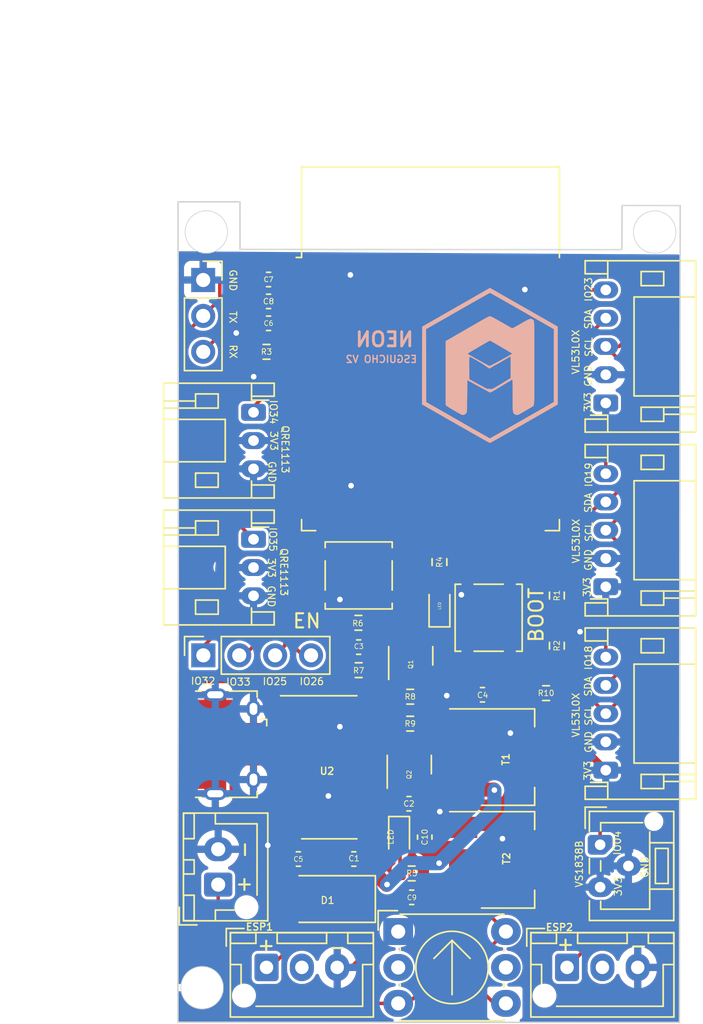
<source format=kicad_pcb>
(kicad_pcb (version 20211014) (generator pcbnew)
  (layers (0 "F.Cu" signal) (31 "B.Cu" signal) (34 "B.Paste" user) (35 "F.Paste" user) (36 "B.SilkS" user "B.Silkscreen") (37 "F.SilkS" user "F.Silkscreen") (38 "B.Mask" user) (39 "F.Mask" user) (44 "Edge.Cuts" user))
  (net 0 "")
  (net 1 "3V3")
  (net 2 "Net-(ESP1-Pad6)")
  (net 4 "Net-(ESP1-Pad8)")
  (net 5 "Net-(ESP1-Pad9)")
  (net 6 "I00")
  (net 7 "Net-(ESP1-Pad10)")
  (net 8 "ESC1")
  (net 10 "ESC2")
  (net 12 "Net-(ESP1-Pad11)")
  (net 13 "SCL")
  (net 14 "SDA")
  (net 20 "Net-(ESP1-Pad7)")
  (net 26 "EN")
  (net 28 "Net-(ESP1-Pad26)")
  (net 30 "Net-(ESP1-Pad30)")
  (net 31 "Net-(ESP1-Pad31)")
  (net 33 "Net-(ESP1-Pad24)")
  (net 34 "Net-(ESP1-Pad37)")
  (net 35 "Net-(L1-Pad2)")
  (net 36 "Net-(POWER1-Pad1)")
  (net 37 "RXD0")
  (net 38 "TXD0")
  (net 39 "Net-(Q1-Pad1)")
  (net 40 "Net-(Q1-Pad2)")
  (net 41 "Net-(Q2-Pad1)")
  (net 42 "Net-(Q2-Pad2)")
  (net 43 "Net-(R5-Pad2)")
  (net 44 "Net-(R6-Pad2)")
  (net 45 "Net-(R7-Pad2)")
  (net 46 "Net-(J10-Pad3)")
  (net 47 "Net-(J10-Pad2)")
  (net 55 "5V")
  (net 56 "Net-(C9-Pad1)")
  (net 57 "Net-(D1-Pad2)")
  (net 60 "GNDREF")
  (footprint "Connector_JST:JST_ZE_B03B-ZESK-1D_1x03_P1.50mm_Vertical" (layer "F.Cu") (at 162.75 126.6 -90)
    (fp_text reference "J6" hide)
    (fp_text value "VS1838B" hide)
  )
  (footprint "Connector_JST:JST_PH_S5B-PH-K_1x05_P2.00mm_Horizontal" (layer "F.Cu") (at 163.15 95.35 90)
    (fp_text reference "J7" hide)
    (fp_text value "VL53L0X" hide)
  )
  (footprint "Connector_PinSocket_2.54mm:PinSocket_1x03_P2.54mm_Vertical" (layer "F.Cu") (at 134.67 86.65)
    (fp_text reference "J11" hide)
    (fp_text value "Conn_01x03_Female" hide)
  )
  (footprint "Package_TO_SOT_SMD:SOT-23" (layer "F.Cu") (at 149.2504 120.9294 90)
    (fp_text reference "Q2" hide)
    (fp_text value "S8050/SOT23" hide)
  )
  (footprint "Connector_PinSocket_2.54mm:PinSocket_1x04_P2.54mm_Vertical" (layer "F.Cu") (at 134.68 113.2 90)
    (fp_text reference "J1" hide)
    (fp_text value "Conn_01x04_Female" hide)
  )
  (footprint "Connector_JST:JST_XH_B3B-XH-AM_1x03_P2.50mm_Vertical" (layer "F.Cu") (at 139.15 135.275)
    (fp_text reference "J4" hide)
    (fp_text value "Conn_01x03" hide)
  )
  (footprint "Capacitor_SMD:C_0603_1608Metric" (layer "F.Cu") (at 149.225 123.698 180)
    (fp_text reference "C2" hide)
    (fp_text value "10 uF" hide)
  )
  (footprint "Capacitor_SMD:C_0603_1608Metric" (layer "F.Cu") (at 139.2936 89.7128 180)
    (fp_text reference "C6" hide)
    (fp_text value "100 nF" hide)
  )
  (footprint "Capacitor_SMD:C_0603_1608Metric" (layer "F.Cu") (at 154.43 115.99 180)
    (fp_text reference "C4" hide)
    (fp_text value "100 nF" hide)
  )
  (footprint "Resistor_SMD:R_0603_1608Metric" (layer "F.Cu") (at 149.3134 118.0338 180)
    (fp_text reference "R9" hide)
    (fp_text value "10 K" hide)
  )
  (footprint "Package_TO_SOT_SMD:SOT-223-3_TabPin2" (layer "F.Cu") (at 156.21 120.4)
    (fp_text reference "T1" hide)
    (fp_text value "LD1117/3V3" hide)
  )
  (footprint "Package_TO_SOT_SMD:SOT-23" (layer "F.Cu") (at 149.352 113.2332 90)
    (fp_text reference "Q1" hide)
    (fp_text value "S8050/SOT23" hide)
  )
  (footprint "Connector_JST:JST_XH_B2B-XH-AM_1x02_P2.50mm_Vertical" (layer "F.Cu") (at 135.73 129.42 90)
    (fp_text reference "U1" hide)
    (fp_text value "BATERIA" hide)
  )
  (footprint "Capacitor_SMD:C_0603_1608Metric" (layer "F.Cu") (at 139.2936 88.1634 180)
    (fp_text reference "C8" hide)
    (fp_text value "22 uF" hide)
  )
  (footprint "Capacitor_SMD:C_0603_1608Metric" (layer "F.Cu") (at 150.3426 126.0602 90)
    (fp_text reference "C10" hide)
    (fp_text value "10 uF" hide)
  )
  (footprint "Capacitor_SMD:C_0603_1608Metric" (layer "F.Cu") (at 145.3264 127.6096 180)
    (fp_text reference "C1" hide)
    (fp_text value "100 nF" hide)
  )
  (footprint "Capacitor_SMD:C_0603_1608Metric" (layer "F.Cu") (at 139.2936 86.614 180)
    (fp_text reference "C7" hide)
    (fp_text value "100 nF" hide)
  )
  (footprint "Connector_JST:JST_PH_S3B-PH-K_1x03_P2.00mm_Horizontal" (layer "F.Cu") (at 138.23 104.99 -90)
    (fp_text reference "J3" hide)
    (fp_text value "QRE1113" hide)
  )
  (footprint "Button_Switch_THT:Nidec_Copal_SH-7010C" (layer "F.Cu") (at 148.4643 132.7417)
    (fp_text reference "POWER1" hide)
    (fp_text value "ON/OFF" hide)
  )
  (footprint "Resistor_SMD:R_0603_1608Metric" (layer "F.Cu") (at 139.15 91.73)
    (fp_text reference "R3" hide)
    (fp_text value "10K" hide)
  )
  (footprint "Resistor_SMD:R_0603_1608Metric" (layer "F.Cu") (at 145.67 114.25)
    (fp_text reference "R7" hide)
    (fp_text value "1K" hide)
  )
  (footprint "Resistor_SMD:R_0603_1608Metric" (layer "F.Cu") (at 151.384 106.6038 -90)
    (fp_text reference "R4" hide)
    (fp_text value "330" hide)
  )
  (footprint "Capacitor_SMD:C_0603_1608Metric" (layer "F.Cu") (at 141.4018 127.6096 180)
    (fp_text reference "C5" hide)
    (fp_text value "100 nF" hide)
  )
  (footprint "LED_SMD:LED_0603_1608Metric" (layer "F.Cu") (at 151.384 109.7026 90)
    (fp_text reference "L1" hide)
    (fp_text value "LED")
  )
  (footprint "Connector_JST:JST_PH_S3B-PH-K_1x03_P2.00mm_Horizontal" (layer "F.Cu") (at 138.23 96.01 -90)
    (fp_text reference "J2" hide)
    (fp_text value "QRE1113" hide)
  )
  (footprint "RF_Module:ESP32-WROOM-32" (layer "F.Cu") (at 150.75 94.5)
    (fp_text reference "ESP1" hide)
    (fp_text value "ESP32-WROOM­32UE" hide)
  )
  (footprint "Resistor_SMD:R_0603_1608Metric" (layer "F.Cu") (at 149.42 128.63 180)
    (fp_text reference "R5" hide)
    (fp_text value "2K" hide)
  )
  (footprint "Capacitor_SMD:C_0603_1608Metric" (layer "F.Cu") (at 145.67 112.62)
    (fp_text reference "C3" hide)
    (fp_text value "100 nF" hide)
  )
  (footprint "Connector_JST:JST_PH_S5B-PH-K_1x05_P2.00mm_Horizontal" (layer "F.Cu") (at 163.15 121.325 90)
    (fp_text reference "J9" hide)
    (fp_text value "VL53L0X" hide)
  )
  (footprint "Connector_USB:USB_Micro-B_Amphenol_10118194_Horizontal" (layer "F.Cu") (at 136.825 119.49 -90)
    (fp_text reference "J10" hide)
    (fp_text value "USB_B_Micro" hide)
  )
  (footprint "Connector_JST:JST_XH_B3B-XH-AM_1x03_P2.50mm_Vertical" (layer "F.Cu") (at 160.41 135.275)
    (fp_text reference "J5" hide)
    (fp_text value "Conn_01x03" hide)
  )
  (footprint "Button_Switch_SMD:SW_SPST_TL3305A" (layer "F.Cu") (at 145.67 107.55)
    (fp_text reference "EN1" hide)
    (fp_text value "SW_Push" hide)
  )
  (footprint "Connector_JST:JST_PH_S5B-PH-K_1x05_P2.00mm_Horizontal" (layer "F.Cu") (at 163.15 108.35 90)
    (fp_text reference "J8" hide)
    (fp_text value "VL53L0X" hide)
  )
  (footprint "Capacitor_SMD:C_0603_1608Metric" (layer "F.Cu") (at 149.42 130.32 180)
    (fp_text reference "C9" hide)
    (fp_text value "100 nF" hide)
  )
  (footprint "Package_TO_SOT_SMD:SOT-223-3_TabPin2" (layer "F.Cu") (at 156.21 127.67)
    (fp_text reference "T2" hide)
    (fp_text value "LD1117/5V" hide)
  )
  (footprint "Resistor_SMD:R_0603_1608Metric" (layer "F.Cu") (at 145.65 110.9 180)
    (fp_text reference "R6" hide)
    (fp_text value "1K" hide)
  )
  (footprint "Diode_SMD:D_SMA" (layer "F.Cu") (at 143.45 130.44 180)
    (fp_text reference "D1" hide)
    (fp_text value "1N4007" hide)
  )
  (footprint "Button_Switch_SMD:SW_SPST_TL3305A" (layer "F.Cu") (at 154.8638 110.5408 -90)
    (fp_text reference "BOOT1" hide)
    (fp_text value "SW_Push" hide)
  )
  (footprint "Resistor_SMD:R_0603_1608Metric" (layer "F.Cu") (at 159.6898 108.97 90)
    (fp_text reference "R1" hide)
    (fp_text value "4K7" hide)
  )
  (footprint "Package_SO:SOIC-16_3.9x9.9mm_P1.27mm" (layer "F.Cu") (at 143.59 121.12)
    (fp_text reference "U2" hide)
    (fp_text value "CH340C" hide)
  )
  (footprint "LED_SMD:LED_0603_1608Metric" (layer "F.Cu") (at 148.53 126.09 -90)
    (fp_text reference "RED1" hide)
    (fp_text value "LED")
  )
  (footprint "Resistor_SMD:R_0603_1608Metric" (layer "F.Cu") (at 149.3134 116.1288 180)
    (fp_text reference "R8" hide)
    (fp_text value "10 K" hide)
  )
  (footprint "Resistor_SMD:R_0603_1608Metric" (layer "F.Cu") (at 159.6898 112.522 -90)
    (fp_text reference "R2" hide)
    (fp_text value "4K7" hide)
  )
  (footprint "Resistor_SMD:R_0603_1608Metric" (layer "F.Cu") (at 158.9278 115.8748 180)
    (fp_text reference "R10" hide)
    (fp_text value "10K" hide)
  )
  (footprint "Arduino:Logo.Neon" (layer "B.Cu") (at 154.813 92.6846 180)
    (fp_text reference "G" hide)
    (fp_text value "LOGO" hide)
  )
  (gr_circle (center 134.89 83.25) (end 136.39 83.25) (layer "Edge.Cuts") (width 0.05) (fill none))
  (gr_line (start 132.91 111.36) (end 132.89 81.12) (layer "Edge.Cuts") (width 0.1))
  (gr_line (start 168.415 81.385) (end 168.36 139.17) (layer "Edge.Cuts") (width 0.1))
  (gr_line (start 137.275 84.485) (end 164.29 84.5) (layer "Edge.Cuts") (width 0.1))
  (gr_line (start 132.88 139.16) (end 132.88 125.77) (layer "Edge.Cuts") (width 0.1))
  (gr_line (start 137.27 81.13) (end 137.275 84.485) (layer "Edge.Cuts") (width 0.1))
  (gr_circle (center 166.61 83.26) (end 168.11 83.26) (layer "Edge.Cuts") (width 0.05) (fill none))
  (gr_line (start 168.36 139.166869) (end 132.88 139.156869) (layer "Edge.Cuts") (width 0.1))
  (gr_line (start 132.88 125.77) (end 132.91 111.36) (layer "Edge.Cuts") (width 0.1))
  (gr_line (start 132.89 81.12) (end 137.26 81.12) (layer "Edge.Cuts") (width 0.1))
  (gr_line (start 164.3025 81.3775) (end 168.4175 81.3825) (layer "Edge.Cuts") (width 0.1))
  (gr_line (start 164.29 84.5) (end 164.3025 81.3775) (layer "Edge.Cuts") (width 0.1))
  (gr_circle (center 134.59 136.71) (end 136.09 136.71) (layer "Edge.Cuts") (width 0.05) (fill none))
  (gr_text "NEON" (at 147.4978 90.8558) (layer "B.SilkS") (effects (font (size 1 1) (thickness 0.2)) (justify mirror)))
  (gr_text "ESGUICHO V2" (at 147.2692 92.2528) (layer "B.SilkS") (effects (font (size 0.5 0.5) (thickness 0.1)) (justify mirror)))
  (gr_text "VL53L0X" (at 161.04 117.43 90) (layer "F.SilkS") (effects (font (size 0.5 0.5) (thickness 0.08))))
  (gr_text "+" (at 137.66 129.41 -90) (layer "F.SilkS") (effects (font (size 1 1))))
  (gr_text "QRE1113" (at 140.38 107.31 -90) (layer "F.SilkS") (effects (font (size 0.5 0.5) (thickness 0.08))))
  (gr_text "-" (at 144.16 133.98 -180) (layer "F.SilkS") (effects (font (size 1 1))))
  (gr_text "GND" (at 139.49 109.03 -90) (layer "F.SilkS") (effects (font (size 0.5 0.5) (thickness 0.08))))
  (gr_text "IO32" (at 134.66 115.02) (layer "F.SilkS") (effects (font (size 0.5 0.5) (thickness 0.08))))
  (gr_text "3V3" (at 161.89 95.29 90) (layer "F.SilkS") (effects (font (size 0.5 0.5) (thickness 0.08))))
  (gr_text "IO26" (at 142.35 115.05) (layer "F.SilkS") (effects (font (size 0.5 0.5) (thickness 0.08))))
  (gr_text "GND" (at 161.94 119.33 90) (layer "F.SilkS") (effects (font (size 0.5 0.5) (thickness 0.08))))
  (gr_text "GND" (at 161.92 106.45 90) (layer "F.SilkS") (effects (font (size 0.5 0.5) (thickness 0.08))))
  (gr_text "IO04" (at 163.97 126.48 90) (layer "F.SilkS") (effects (font (size 0.5 0.5) (thickness 0.08))))
  (gr_text "3V3" (at 161.87 121.36 90) (layer "F.SilkS") (effects (font (size 0.5 0.5) (thickness 0.08))))
  (gr_text "3V3" (at 161.83 108.38 90) (layer "F.SilkS") (effects (font (size 0.5 0.5) (thickness 0.08))))
  (gr_text "SDA" (at 161.92 89.42 90) (layer "F.SilkS") (effects (font (size 0.5 0.5) (thickness 0.08))))
  (gr_text "GND" (at 161.91 93.43 90) (layer "F.SilkS") (effects (font (size 0.5 0.5) (thickness 0.08))))
  (gr_text "-" (at 165.47 133.87 -180) (layer "F.SilkS") (effects (font (size 1 1))))
  (gr_text "VL53L0X" (at 161.03 91.74 90) (layer "F.SilkS") (effects (font (size 0.5 0.5) (thickness 0.08))))
  (gr_text "IO25" (at 139.74 115.05) (layer "F.SilkS") (effects (font (size 0.5 0.5) (thickness 0.08))))
  (gr_text "+" (at 139.2 133.77 -90) (layer "F.SilkS") (effects (font (size 1 1))))
  (gr_text "VL53L0X" (at 161.05 105.12 90) (layer "F.SilkS") (effects (font (size 0.5 0.5) (thickness 0.08))))
  (gr_text "3V3" (at 139.51 107.01 -90) (layer "F.SilkS") (effects (font (size 0.5 0.5) (thickness 0.08))))
  (gr_text "SDA" (at 161.92 102.41 90) (layer "F.SilkS") (effects (font (size 0.5 0.5) (thickness 0.08))))
  (gr_text "SCL" (at 161.96 104.47 90) (layer "F.SilkS") (effects (font (size 0.5 0.5) (thickness 0.08))))
  (gr_text "IO18" (at 161.93 113.38 90) (layer "F.SilkS") (effects (font (size 0.5 0.5) (thickness 0.08))))
  (gr_text "IO35" (at 139.6 105 -90) (layer "F.SilkS") (effects (font (size 0.5 0.5) (thickness 0.08))))
  (gr_text "IO23" (at 161.93 87.32 90) (layer "F.SilkS") (effects (font (size 0.5 0.5) (thickness 0.08))))
  (gr_text "IO19" (at 161.95 100.43 90) (layer "F.SilkS") (effects (font (size 0.5 0.5) (thickness 0.08))))
  (gr_text "SCL" (at 161.94 117.48 90) (layer "F.SilkS") (effects (font (size 0.5 0.5) (thickness 0.08))))
  (gr_text "3V3" (at 164.03 129.54 90) (layer "F.SilkS") (effects (font (size 0.5 0.5) (thickness 0.08))))
  (gr_text "-" (at 137.7 126.95 -90) (layer "F.SilkS") (effects (font (size 1 1))))
  (gr_text "GND" (at 165.91 128.17 90) (layer "F.SilkS") (effects (font (size 0.5 0.5) (thickness 0.08))))
  (gr_text "SDA" (at 161.91 115.4 90) (layer "F.SilkS") (effects (font (size 0.5 0.5) (thickness 0.08))))
  (gr_text "QRE1113" (at 140.47 98.63 -90) (layer "F.SilkS") (effects (font (size 0.5 0.5) (thickness 0.08))))
  (gr_text "+" (at 160.38 133.69 -90) (layer "F.SilkS") (effects (font (size 1 1))))
  (gr_text "SCL" (at 161.95 91.39 90) (layer "F.SilkS") (effects (font (size 0.5 0.5) (thickness 0.08))))
  (gr_text "IO33" (at 137.16 115.08) (layer "F.SilkS") (effects (font (size 0.5 0.5) (thickness 0.08))))
  (gr_text "VS1838B" (at 161.27 127.96 90) (layer "F.SilkS") (effects (font (size 0.5 0.5) (thickness 0.08))))
  (segment (start 139.2936 88.9384) (end 140.0686 88.1634) (width 0.25) (layer "F.Cu") (net 1))
  (segment (start 142.1768 126.7232) (end 142.1768 127.6096) (width 0.5) (layer "F.Cu") (net 1))
  (segment (start 151.23 121.88) (end 151.23 122.9884) (width 0.5) (layer "F.Cu") (net 1))
  (segment (start 159.36 120.4) (end 153.06 120.4) (width 0.5) (layer "F.Cu") (net 1))
  (segment (start 138.24 93.49) (end 138.24 91.815) (width 0.5) (layer "F.Cu") (net 1))
  (segment (start 153.06 120.4) (end 152.71 120.4) (width 0.5) (layer "F.Cu") (net 1))
  (segment (start 140.0686 88.1634) (end 140.717 87.515) (width 0.5) (layer "F.Cu") (net 1))
  (segment (start 161.825 118.568172) (end 160.295 117.038172) (width 0.5) (layer "F.Cu") (net 1))
  (segment (start 143.5245 123.15) (end 143.5245 121.257736) (width 0.5) (layer "F.Cu") (net 1))
  (segment (start 140.9696 87.515) (end 142.25 87.515) (width 0.5) (layer "F.Cu") (net 1))
  (segment (start 139.3 90.755) (end 138.325 91.73) (width 0.25) (layer "F.Cu") (net 1))
  (segment (start 139.2936 90.6611) (end 139.2936 88.9384) (width 0.25) (layer "F.Cu") (net 1))
  (segment (start 160.295 117.038172) (end 160.295 116.417) (width 0.5) (layer "F.Cu") (net 1))
  (segment (start 161.163 111.697) (end 161.33 111.53) (width 0.5) (layer "F.Cu") (net 1))
  (segment (start 140.0686 86.614) (end 140.9696 87.515) (width 0.5) (layer "F.Cu") (net 1))
  (segment (start 151.23 122.9884) (end 150.5204 123.698) (width 0.5) (layer "F.Cu") (net 1))
  (segment (start 143.5245 121.257736) (end 142.751764 120.485) (width 0.5) (layer "F.Cu") (net 1))
  (segment (start 143.5245 123.15) (end 143.5245 125.3755) (width 0.5) (layer "F.Cu") (net 1))
  (segment (start 138.24 91.815) (end 138.325 91.73) (width 0.5) (layer "F.Cu") (net 1))
  (segment (start 144.34 117.846472) (end 144.34 118.25) (width 0.5) (layer "F.Cu") (net 1))
  (segment (start 150 123.698) (end 150.8506 123.698) (width 0.5) (layer "F.Cu") (net 1))
  (segment (start 143.5245 125.3755) (end 142.1768 126.7232) (width 0.5) (layer "F.Cu") (net 1))
  (segment (start 159.6898 111.697) (end 159.6898 109.795) (width 0.5) (layer "F.Cu") (net 1))
  (segment (start 139.3 90.6675) (end 139.3 90.755) (width 0.25) (layer "F.Cu") (net 1))
  (segment (start 150.8506 123.698) (end 151.4094 124.2568) (width 0.5) (layer "F.Cu") (net 1))
  (segment (start 160.295 116.417) (end 159.7528 115.8748) (width 0.5) (layer "F.Cu") (net 1))
  (segment (start 142.751764 120.485) (end 141.115 120.485) (width 0.5) (layer "F.Cu") (net 1))
  (segment (start 152.71 120.4) (end 151.23 121.88) (width 0.5) (layer "F.Cu") (net 1))
  (segment (start 163.15 121.325) (end 161.825 120) (width 0.5) (layer "F.Cu") (net 1))
  (segment (start 145.511472 116.675) (end 144.34 117.846472) (width 0.5) (layer "F.Cu") (net 1))
  (segment (start 159.6898 111.697) (end 161.163 111.697) (width 0.5) (layer "F.Cu") (net 1))
  (segment (start 139.3 90.6675) (end 139.2936 90.6611) (width 0.25) (layer "F.Cu") (net 1))
  (segment (start 150.5204 123.698) (end 150 123.698) (width 0.5) (layer "F.Cu") (net 1))
  (segment (start 161.825 120) (end 161.825 118.568172) (width 0.5) (layer "F.Cu") (net 1))
  (segment (start 146.065 116.675) (end 145.511472 116.675) (width 0.5) (layer "F.Cu") (net 1))
  (segment (start 138.2375 93.4875) (end 138.24 93.49) (width 0.5) (layer "F.Cu") (net 1))
  (segment (start 140.717 87.515) (end 142.25 87.515) (width 0.5) (layer "F.Cu") (net 1))
  (via (at 138.24 93.49) (size 0.8) (drill 0.4) (layers "F.Cu" "B.Cu") (net 1))
  (via (at 151.4094 124.2568) (size 0.8) (drill 0.4) (layers "F.Cu" "B.Cu") (net 1))
  (via (at 143.5245 123.15) (size 0.8) (drill 0.4) (layers "F.Cu" "B.Cu") (net 1))
  (via (at 161.33 111.53) (size 0.8) (drill 0.4) (layers "F.Cu" "B.Cu") (net 1))
  (via (at 144.34 118.25) (size 0.8) (drill 0.4) (layers "F.Cu" "B.Cu") (net 1))
  (segment (start 138.23 96.01) (end 138.23 95.62) (width 0.25) (layer "F.Cu") (net 2))
  (segment (start 138.23 95.62) (end 141.255 92.595) (width 0.25) (layer "F.Cu") (net 2))
  (segment (start 141.255 92.595) (end 142.25 92.595) (width 0.25) (layer "F.Cu") (net 2))
  (segment (start 139.55 110.54) (end 139.55 97.15) (width 0.25) (layer "F.Cu") (net 4))
  (segment (start 138.25 111.84) (end 139.55 110.54) (width 0.25) (layer "F.Cu") (net 4))
  (segment (start 139.55 97.15) (end 141.565 95.135) (width 0.25) (layer "F.Cu") (net 4))
  (segment (start 141.565 95.135) (end 142.25 95.135) (width 0.25) (layer "F.Cu") (net 4))
  (segment (start 135.41 111.84) (end 138.25 111.84) (width 0.25) (layer "F.Cu") (net 4))
  (segment (start 134.68 112.57) (end 135.41 111.84) (width 0.25) (layer "F.Cu") (net 4))
  (segment (start 134.68 113.2) (end 134.68 112.57) (width 0.25) (layer "F.Cu") (net 4))
  (segment (start 140 110.78) (end 140 97.64) (width 0.25) (layer "F.Cu") (net 5))
  (segment (start 137.58 113.2) (end 137.22 113.2) (width 0.25) (layer "F.Cu") (net 5))
  (segment (start 140 110.78) (end 137.58 113.2) (width 0.25) (layer "F.Cu") (net 5))
  (segment (start 141.235 96.405) (end 142.25 96.405) (width 0.25) (layer "F.Cu") (net 5))
  (segment (start 140 97.64) (end 141.235 96.405) (width 0.25) (layer "F.Cu") (net 5))
  (segment (start 159.25 104.0546) (end 156.3638 106.9408) (width 0.25) (layer "F.Cu") (net 6))
  (segment (start 151.77 116.8) (end 151.12 117.45) (width 0.25) (layer "F.Cu") (net 6))
  (segment (start 159.25 102.755) (end 159.25 104.0546) (width 0.25) (layer "F.Cu") (net 6))
  (segment (start 155.205 115.99) (end 154.395 116.8) (width 0.25) (layer "F.Cu") (net 6))
  (segment (start 156.3688 114.1408) (end 158.1028 115.8748) (width 0.25) (layer "F.Cu") (net 6))
  (segment (start 156.3638 106.9408) (end 156.3638 114.1408) (width 0.25) (layer "F.Cu") (net 6))
  (segment (start 154.395 116.8) (end 151.77 116.8) (width 0.25) (layer "F.Cu") (net 6))
  (segment (start 151.12 118.9582) (end 150.0863 119.9919) (width 0.25) (layer "F.Cu") (net 6))
  (segment (start 150.0863 119.9919) (end 149.2504 119.9919) (width 0.25) (layer "F.Cu") (net 6))
  (segment (start 158.1028 115.8748) (end 155.3202 115.8748) (width 0.25) (layer "F.Cu") (net 6))
  (segment (start 151.12 117.45) (end 151.12 118.9582) (width 0.25) (layer "F.Cu") (net 6))
  (segment (start 155.3202 115.8748) (end 155.205 115.99) (width 0.25) (layer "F.Cu") (net 6))
  (segment (start 156.3638 114.1408) (end 156.3688 114.1408) (width 0.25) (layer "F.Cu") (net 6))
  (segment (start 139.76 113.2) (end 140.45 112.51) (width 0.25) (layer "F.Cu") (net 7))
  (segment (start 140.45 98.225) (end 141 97.675) (width 0.25) (layer "F.Cu") (net 7))
  (segment (start 141 97.675) (end 142.25 97.675) (width 0.25) (layer "F.Cu") (net 7))
  (segment (start 140.45 112.51) (end 140.45 98.225) (width 0.25) (layer "F.Cu") (net 7))
  (segment (start 154.94 105.79) (end 156.483604 105.79) (width 0.25) (layer "F.Cu") (net 8))
  (segment (start 156.483604 105.79) (end 157.31 104.963604) (width 0.25) (layer "F.Cu") (net 8))
  (segment (start 144.45 119.95) (end 143.615 119.115) (width 0.25) (layer "F.Cu") (net 8))
  (segment (start 143.615 117.475) (end 145.04 116.05) (width 0.25) (layer "F.Cu") (net 8))
  (segment (start 154.3888 109.8728) (end 154.3888 106.3412) (width 0.25) (layer "F.Cu") (net 8))
  (segment (start 143.615 119.115) (end 143.615 117.475) (width 0.25) (layer "F.Cu") (net 8))
  (segment (start 139.15 135.275) (end 139.415 135.275) (width 0.25) (layer "F.Cu") (net 8))
  (segment (start 157.31 104.963604) (end 157.31 100.055) (width 0.25) (layer "F.Cu") (net 8))
  (segment (start 143.5354 126.3146) (end 144.45 125.4) (width 0.25) (layer "F.Cu") (net 8))
  (segment (start 147.3962 113.767249) (end 148.057249 113.1062) (width 0.25) (layer "F.Cu") (net 8))
  (segment (start 144.45 125.4) (end 144.45 119.95) (width 0.25) (layer "F.Cu") (net 8))
  (segment (start 143.5354 131.1546) (end 143.5354 126.3146) (width 0.25) (layer "F.Cu") (net 8))
  (segment (start 149.033498 113.386449) (end 149.670502 113.386449) (width 0.25) (layer "F.Cu") (net 8))
  (segment (start 148.057249 113.1062) (end 148.753249 113.1062) (width 0.25) (layer "F.Cu") (net 8))
  (segment (start 146.3574 116.05) (end 147.3962 115.0112) (width 0.25) (layer "F.Cu") (net 8))
  (segment (start 149.670502 113.386449) (end 151.550951 111.506) (width 0.25) (layer "F.Cu") (net 8))
  (segment (start 147.3962 115.0112) (end 147.3962 113.767249) (width 0.25) (layer "F.Cu") (net 8))
  (segment (start 157.31 100.055) (end 158.42 98.945) (width 0.25) (layer "F.Cu") (net 8))
  (segment (start 139.415 135.275) (end 143.5354 131.1546) (width 0.25) (layer "F.Cu") (net 8))
  (segment (start 148.753249 113.1062) (end 149.033498 113.386449) (width 0.25) (layer "F.Cu") (net 8))
  (segment (start 145.04 116.05) (end 146.3574 116.05) (width 0.25) (layer "F.Cu") (net 8))
  (segment (start 158.42 98.945) (end 159.25 98.945) (width 0.25) (layer "F.Cu") (net 8))
  (segment (start 151.550951 111.506) (end 152.7556 111.506) (width 0.25) (layer "F.Cu") (net 8))
  (segment (start 154.3888 106.3412) (end 154.94 105.79) (width 0.25) (layer "F.Cu") (net 8))
  (segment (start 152.7556 111.506) (end 154.3888 109.8728) (width 0.25) (layer "F.Cu") (net 8))
  (segment (start 161.29 134.395) (end 160.41 135.275) (width 0.25) (layer "F.Cu") (net 10))
  (segment (start 166.29 126.952744) (end 166.29 129.395) (width 0.25) (layer "F.Cu") (net 10))
  (segment (start 166.29 129.395) (end 160.41 135.275) (width 0.25) (layer "F.Cu") (net 10))
  (segment (start 159.25 100.215) (end 160.5 100.215) (width 0.25) (layer "F.Cu") (net 10))
  (segment (start 165.25 125.912744) (end 166.29 126.952744) (width 0.25) (layer "F.Cu") (net 10))
  (segment (start 160.5 100.215) (end 161.025 100.74) (width 0.25) (layer "F.Cu") (net 10))
  (segment (start 158.2238 106.8762) (end 158.2238 113.1134) (width 0.25) (layer "F.Cu") (net 10))
  (segment (start 158.2238 113.1134) (end 160.87 115.7596) (width 0.25) (layer "F.Cu") (net 10))
  (segment (start 164.22 118.34) (end 165.25 119.37) (width 0.25) (layer "F.Cu") (net 10))
  (segment (start 161.025 104.075) (end 158.2238 106.8762) (width 0.25) (layer "F.Cu") (net 10))
  (segment (start 159.25 100.215) (end 160.08 100.215) (width 0.25) (layer "F.Cu") (net 10))
  (segment (start 160.87 116.8) (end 162.41 118.34) (width 0.25) (layer "F.Cu") (net 10))
  (segment (start 161.025 100.74) (end 161.025 104.075) (width 0.25) (layer "F.Cu") (net 10))
  (segment (start 162.41 118.34) (end 164.22 118.34) (width 0.25) (layer "F.Cu") (net 10))
  (segment (start 165.25 119.37) (end 165.25 125.912744) (width 0.25) (layer "F.Cu") (net 10))
  (segment (start 160.87 115.7596) (end 160.87 116.8) (width 0.25) (layer "F.Cu") (net 10))
  (segment (start 141.235 98.945) (end 142.25 98.945) (width 0.25) (layer "F.Cu") (net 12))
  (segment (start 140.91 107.7) (end 140.9 107.69) (width 0.25) (layer "F.Cu") (net 12))
  (segment (start 140.91 112.4) (end 140.91 107.7) (width 0.25) (layer "F.Cu") (net 12))
  (segment (start 140.9 99.28) (end 141.235 98.945) (width 0.25) (layer "F.Cu") (net 12))
  (segment (start 140.9 99.28) (end 140.9 107.12) (width 0.25) (layer "F.Cu") (net 12))
  (segment (start 140.9 107.12) (end 140.91 107.13) (width 0.25) (layer "F.Cu") (net 12))
  (segment (start 142.3 113.2) (end 141.71 113.2) (width 0.25) (layer "F.Cu") (net 12))
  (segment (start 141.71 113.2) (end 140.91 112.4) (width 0.25) (layer "F.Cu") (net 12))
  (segment (start 140.91 107.13) (end 140.91 107.7) (width 0.25) (layer "F.Cu") (net 12))
  (segment (start 165.96 94.16) (end 163.15 91.35) (width 0.25) (layer "F.Cu") (net 13))
  (segment (start 163.15 117.325) (end 161.55 115.725) (width 0.25) (layer "F.Cu") (net 13))
  (segment (start 163.15 91.35) (end 164.09 91.35) (width 0.25) (layer "F.Cu") (net 13))
  (segment (start 161.55 115.725) (end 161.55 114.5346) (width 0.25) (layer "F.Cu") (net 13))
  (segment (start 166.01 114.465) (end 163.15 117.325) (width 0.25) (layer "F.Cu") (net 13))
  (segment (start 159.7018 113.335) (end 159.6898 113.347) (width 0.25) (layer "F.Cu") (net 13))
  (segment (start 166.02 89.42) (end 166.02 86.94) (width 0.25) (layer "F.Cu") (net 13))
  (segment (start 156.39 87.315) (end 157.86 88.785) (width 0.25) (layer "F.Cu") (net 13))
  (segment (start 164.16 85.08) (end 157.5 85.08) (width 0.25) (layer "F.Cu") (net 13))
  (segment (start 166.01 107.21) (end 166.01 114.465) (width 0.25) (layer "F.Cu") (net 13))
  (segment (start 157.86 88.785) (end 159.25 88.785) (width 0.25) (layer "F.Cu") (net 13))
  (segment (start 165.96 101.54) (end 165.96 94.16) (width 0.25) (layer "F.Cu") (net 13))
  (segment (start 164.09 91.35) (end 166.02 89.42) (width 0.25) (layer "F.Cu") (net 13))
  (segment (start 161.55 114.5346) (end 160.3504 113.335) (width 0.25) (layer "F.Cu") (net 13))
  (segment (start 157.5 85.08) (end 156.39 86.19) (width 0.25) (layer "F.Cu") (net 13))
  (segment (start 166.02 86.94) (end 164.16 85.08) (width 0.25) (layer "F.Cu") (net 13))
  (segment (start 160.3504 113.335) (end 159.7018 113.335) (width 0.25) (layer "F.Cu") (net 13))
  (segment (start 156.39 86.19) (end 156.39 87.315) (width 0.25) (layer "F.Cu") (net 13))
  (segment (start 163.15 104.35) (end 166.01 107.21) (width 0.25) (layer "F.Cu") (net 13))
  (segment (start 163.15 104.35) (end 165.96 101.54) (width 0.25) (layer "F.Cu") (net 13))
  (segment (start 161.925 103.265) (end 161.925 105.739695) (width 0.25) (layer "F.Cu") (net 14))
  (segment (start 164.48 112.693604) (end 164.48 113.995) (width 0.25) (layer "F.Cu") (net 14))
  (segment (start 164.48 112.693604) (end 159.931396 108.145) (width 0.25) (layer "F.Cu") (net 14))
  (segment (start 160.08 92.595) (end 159.25 92.595) (width 0.25) (layer "F.Cu") (net 14))
  (segment (start 159.905 92.595) (end 160.515 91.985) (width 0.25) (layer "F.Cu") (net 14))
  (segment (start 163.27 102.35) (end 164.41 101.21) (width 0.25) (layer "F.Cu") (net 14))
  (segment (start 160.515 91.985) (end 163.15 89.35) (width 0.25) (layer "F.Cu") (net 14))
  (segment (start 159.6898 107.974895) (end 159.6898 108.145) (width 0.25) (layer "F.Cu") (net 14))
  (segment (start 160.4 92.1) (end 160.515 91.985) (width 0.25) (layer "F.Cu") (net 14))
  (segment (start 164.48 113.995) (end 163.15 115.325) (width 0.25) (layer "F.Cu") (net 14))
  (segment (start 162.84 102.35) (end 161.925 103.265) (width 0.25) (layer "F.Cu") (net 14))
  (segment (start 164.41 101.21) (end 164.41 99.4) (width 0.25) (layer "F.Cu") (net 14))
  (segment (start 163.15 102.35) (end 163.27 102.35) (width 0.25) (layer "F.Cu") (net 14))
  (segment (start 163.15 102.35) (end 162.84 102.35) (width 0.25) (layer "F.Cu") (net 14))
  (segment (start 159.25 92.595) (end 159.905 92.595) (width 0.25) (layer "F.Cu") (net 14))
  (segment (start 159.931396 108.145) (end 159.6898 108.145) (width 0.25) (layer "F.Cu") (net 14))
  (segment (start 161.35 96.34) (end 161.35 93.865) (width 0.25) (layer "F.Cu") (net 14))
  (segment (start 161.35 93.865) (end 160.08 92.595) (width 0.25) (layer "F.Cu") (net 14))
  (segment (start 161.925 105.739695) (end 159.6898 107.974895) (width 0.25) (layer "F.Cu") (net 14))
  (segment (start 164.41 99.4) (end 161.35 96.34) (width 0.25) (layer "F.Cu") (net 14))
  (segment (start 135.78 98.35) (end 135.78 102.54) (width 0.25) (layer "F.Cu") (net 20))
  (segment (start 141.585 93.865) (end 139.53 95.92) (width 0.25) (layer "F.Cu") (net 20))
  (segment (start 139.53 96.52) (end 139 97.05) (width 0.25) (layer "F.Cu") (net 20))
  (segment (start 139 97.05) (end 137.08 97.05) (width 0.25) (layer "F.Cu") (net 20))
  (segment (start 135.78 102.54) (end 138.23 104.99) (width 0.25) (layer "F.Cu") (net 20))
  (segment (start 142.25 93.865) (end 141.585 93.865) (width 0.25) (layer "F.Cu") (net 20))
  (segment (start 137.08 97.05) (end 135.78 98.35) (width 0.25) (layer "F.Cu") (net 20))
  (segment (start 139.53 95.92) (end 139.53 96.52) (width 0.25) (layer "F.Cu") (net 20))
  (segment (start 142.25 88.785) (end 143.08 88.785) (width 0.25) (layer "F.Cu") (net 26))
  (segment (start 145.57 111.945) (end 144.895 112.62) (width 0.25) (layer "F.Cu") (net 26))
  (segment (start 143.08 88.785) (end 143.6325 89.3375) (width 0.25) (layer "F.Cu") (net 26))
  (segment (start 149.352 112.2957) (end 148.022117 112.2957) (width 0.25) (layer "F.Cu") (net 26))
  (segment (start 145.57 109.49) (end 145.57 111.945) (width 0.25) (layer "F.Cu") (net 26))
  (segment (start 145.868858 113.42) (end 146.897817 113.42) (width 0.25) (layer "F.Cu") (net 26))
  (segment (start 139.975 89.8064) (end 140.0686 89.7128) (width 0.25) (layer "F.Cu") (net 26))
  (segment (start 142.12 106.04) (end 145.57 109.49) (width 0.25) (layer "F.Cu") (net 26))
  (segment (start 145.068858 112.62) (end 145.868858 113.42) (width 0.25) (layer "F.Cu") (net 26))
  (segment (start 139.975 91.73) (end 139.975 89.8064) (width 0.25) (layer "F.Cu") (net 26))
  (segment (start 149.32 112.2637) (end 149.352 112.2957) (width 0.25) (layer "F.Cu") (net 26))
  (segment (start 150.584 109.8785) (end 149.32 111.1425) (width 0.25) (layer "F.Cu") (net 26))
  (segment (start 149.32 111.1425) (end 149.32 112.2637) (width 0.25) (layer "F.Cu") (net 26))
  (segment (start 143.6325 89.3375) (end 143.6325 104.5275) (width 0.25) (layer "F.Cu") (net 26))
  (segment (start 150.5966 106.9848) (end 150.584 106.9974) (width 0.25) (layer "F.Cu") (net 26))
  (segment (start 150.584 106.9974) (end 150.584 109.8785) (width 0.25) (layer "F.Cu") (net 26))
  (segment (start 148.022117 112.2957) (end 146.897817 113.42) (width 0.25) (layer "F.Cu") (net 26))
  (segment (start 144.895 112.62) (end 145.068858 112.62) (width 0.25) (layer "F.Cu") (net 26))
  (segment (start 143.6325 104.5275) (end 142.12 106.04) (width 0.25) (layer "F.Cu") (net 26))
  (segment (start 142.25 88.785) (end 140.9964 88.785) (width 0.25) (layer "F.Cu") (net 26))
  (segment (start 149.27 106.05) (end 149.6618 106.05) (width 0.25) (layer "F.Cu") (net 26))
  (segment (start 149.6618 106.05) (end 150.5966 106.9848) (width 0.25) (layer "F.Cu") (net 26))
  (segment (start 140.9964 88.785) (end 140.0686 89.7128) (width 0.25) (layer "F.Cu") (net 26))
  (segment (start 162.75 126.6) (end 162.75 124.67) (width 0.25) (layer "F.Cu") (net 28))
  (segment (start 160.575 101.98) (end 160.08 101.485) (width 0.25) (layer "F.Cu") (net 28))
  (segment (start 161.02 122.94) (end 161.02 118.6782) (width 0.25) (layer "F.Cu") (net 28))
  (segment (start 160.575 103.888604) (end 160.575 101.98) (width 0.25) (layer "F.Cu") (net 28))
  (segment (start 160.08 101.485) (end 159.25 101.485) (width 0.25) (layer "F.Cu") (net 28))
  (segment (start 158.9786 114.7826) (end 157.6832 113.4872) (width 0.25) (layer "F.Cu") (net 28))
  (segment (start 157.6832 106.780404) (end 160.575 103.888604) (width 0.25) (layer "F.Cu") (net 28))
  (segment (start 162.75 124.67) (end 161.02 122.94) (width 0.25) (layer "F.Cu") (net 28))
  (segment (start 161.02 118.6782) (end 158.9786 116.6368) (width 0.25) (layer "F.Cu") (net 28))
  (segment (start 157.6832 113.4872) (end 157.6832 106.780404) (width 0.25) (layer "F.Cu") (net 28))
  (segment (start 158.9786 116.6368) (end 158.9786 114.7826) (width 0.25) (layer "F.Cu") (net 28))
  (segment (start 161.475 104.261396) (end 158.6738 107.062596) (width 0.25) (layer "F.Cu") (net 30))
  (segment (start 158.6738 108.458) (end 159.258 109.0422) (width 0.25) (layer "F.Cu") (net 30))
  (segment (start 160.1922 109.0422) (end 163.15 112) (width 0.25) (layer "F.Cu") (net 30))
  (segment (start 159.258 109.0422) (end 160.1922 109.0422) (width 0.25) (layer "F.Cu") (net 30))
  (segment (start 163.15 112) (end 163.15 113.325) (width 0.25) (layer "F.Cu") (net 30))
  (segment (start 161.475 97.8) (end 161.475 104.261396) (width 0.25) (layer "F.Cu") (net 30))
  (segment (start 158.6738 107.062596) (end 158.6738 108.458) (width 0.25) (layer "F.Cu") (net 30))
  (segment (start 160.08 96.405) (end 161.475 97.8) (width 0.25) (layer "F.Cu") (net 30))
  (segment (start 159.25 96.405) (end 160.08 96.405) (width 0.25) (layer "F.Cu") (net 30))
  (segment (start 159.25 95.135) (end 160.285 95.135) (width 0.25) (layer "F.Cu") (net 31))
  (segment (start 160.285 95.135) (end 160.68 95.53) (width 0.25) (layer "F.Cu") (net 31))
  (segment (start 163.15 98.79) (end 163.15 100.35) (width 0.25) (layer "F.Cu") (net 31))
  (segment (start 160.68 95.53) (end 160.68 96.32) (width 0.25) (layer "F.Cu") (net 31))
  (segment (start 160.68 96.32) (end 163.15 98.79) (width 0.25) (layer "F.Cu") (net 31))
  (segment (start 156.465 103.755) (end 156.465 105.005) (width 0.25) (layer "F.Cu") (net 33))
  (segment (start 151.8228 105.34) (end 151.384 105.7788) (width 0.25) (layer "F.Cu") (net 33))
  (segment (start 156.13 105.34) (end 151.8228 105.34) (width 0.25) (layer "F.Cu") (net 33))
  (segment (start 156.465 105.005) (end 156.13 105.34) (width 0.25) (layer "F.Cu") (net 33))
  (segment (start 159.415 87.35) (end 159.25 87.515) (width 0.25) (layer "F.Cu") (net 34))
  (segment (start 163.15 87.35) (end 159.415 87.35) (width 0.25) (layer "F.Cu") (net 34))
  (segment (start 151.384 108.9151) (end 151.384 107.4288) (width 0.25) (layer "F.Cu") (net 35))
  (segment (start 148.4643 137.8217) (end 149.1729 137.8217) (width 0.25) (layer "F.Cu") (net 36))
  (segment (start 149.9108 134.1882) (end 148.4643 132.7417) (width 0.25) (layer "F.Cu") (net 36))
  (segment (start 137.47 133.517718) (end 137.47 135.77) (width 0.25) (layer "F.Cu") (net 36))
  (segment (start 135.73 131.777718) (end 137.47 133.517718) (width 0.25) (layer "F.Cu") (net 36))
  (segment (start 135.73 129.42) (end 135.73 131.777718) (width 0.25) (layer "F.Cu") (net 36))
  (segment (start 137.47 135.77) (end 139.5217 137.8217) (width 0.25) (layer "F.Cu") (net 36))
  (segment (start 149.9108 137.0838) (end 149.9108 134.1882) (width 0.25) (layer "F.Cu") (net 36))
  (segment (start 139.5217 137.8217) (end 148.4643 137.8217) (width 0.25) (layer "F.Cu") (net 36))
  (segment (start 149.1729 137.8217) (end 149.9108 137.0838) (width 0.25) (layer "F.Cu") (net 36))
  (segment (start 136.875 89.505) (end 136.875 86.55) (width 0.25) (layer "F.Cu") (net 37))
  (segment (start 138 85.425) (end 152.685 85.425) (width 0.25) (layer "F.Cu") (net 37))
  (segment (start 158.585 91.325) (end 159.25 91.325) (width 0.25) (layer "F.Cu") (net 37))
  (segment (start 146.475 110.9) (end 146.475 109.465) (width 0.25) (layer "F.Cu") (net 37))
  (segment (start 134.65 91.73) (end 136.875 89.505) (width 0.25) (layer "F.Cu") (net 37))
  (segment (start 146.66 97.98) (end 144.12 100.52) (width 0.25) (layer "F.Cu") (net 37))
  (segment (start 151.93 97.98) (end 146.66 97.98) (width 0.25) (layer "F.Cu") (net 37))
  (segment (start 144.12 107.11) (end 146.475 109.465) (width 0.25) (layer "F.Cu") (net 37))
  (segment (start 136.875 86.55) (end 138 85.425) (width 0.25) (layer "F.Cu") (net 37))
  (segment (start 158.585 91.325) (end 151.93 97.98) (width 0.25) (layer "F.Cu") (net 37))
  (segment (start 144.12 100.52) (end 144.12 107.11) (width 0.25) (layer "F.Cu") (net 37))
  (segment (start 152.685 85.425) (end 158.585 91.325) (width 0.25) (layer "F.Cu") (net 37))
  (segment (start 135.845 88.015) (end 134.67 89.19) (width 0.25) (layer "F.Cu") (net 38))
  (segment (start 134.29 115.05) (end 133.495 114.255) (width 0.25) (layer "F.Cu") (net 38))
  (segment (start 143.18 115.05) (end 134.29 115.05) (width 0.25) (layer "F.Cu") (net 38))
  (segment (start 135.845 86.905) (end 135.845 88.015) (width 0.25) (layer "F.Cu") (net 38))
  (segment (start 144.845 114.25) (end 143.98 114.25) (width 0.25) (layer "F.Cu") (net 38))
  (segment (start 153.245 84.975) (end 137.775 84.975) (width 0.25) (layer "F.Cu") (net 38))
  (segment (start 133.495 90.365) (end 134.67 89.19) (width 0.25) (layer "F.Cu") (net 38))
  (segment (start 137.775 84.975) (end 135.845 86.905) (width 0.25) (layer "F.Cu") (net 38))
  (segment (start 159.25 90.055) (end 158.325 90.055) (width 0.25) (layer "F.Cu") (net 38))
  (segment (start 133.495 114.255) (end 133.495 90.365) (width 0.25) (layer "F.Cu") (net 38))
  (segment (start 143.98 114.25) (end 143.18 115.05) (width 0.25) (layer "F.Cu") (net 38))
  (segment (start 158.325 90.055) (end 153.245 84.975) (width 0.25) (layer "F.Cu") (net 38))
  (segment (start 148.4884 114.2571) (end 148.402 114.1707) (width 0.25) (layer "F.Cu") (net 39))
  (segment (start 146.065 119.215) (end 146.441751 119.215) (width 0.25) (layer "F.Cu") (net 39))
  (segment (start 147.55 118.106751) (end 147.55 117.0672) (width 0.25) (layer "F.Cu") (net 39))
  (segment (start 147.55 117.0672) (end 148.4884 116.1288) (width 0.25) (layer "F.Cu") (net 39))
  (segment (start 148.4884 116.1288) (end 148.4884 114.2571) (width 0.25) (layer "F.Cu") (net 39))
  (segment (start 146.441751 119.215) (end 147.55 118.106751) (width 0.25) (layer "F.Cu") (net 39))
  (segment (start 150.1384 118.0338) (end 150.1384 117.795204) (width 0.25) (layer "F.Cu") (net 40))
  (segment (start 150.9776 114.8463) (end 150.302 114.1707) (width 0.25) (layer "F.Cu") (net 40))
  (segment (start 150.1384 117.795204) (end 150.9776 116.956004) (width 0.25) (layer "F.Cu") (net 40))
  (segment (start 150.9776 116.956004) (end 150.9776 114.8463) (width 0.25) (layer "F.Cu") (net 40))
  (segment (start 146.9185 120.485) (end 148.3004 121.8669) (width 0.25) (layer "F.Cu") (net 41))
  (segment (start 146.065 120.485) (end 146.9185 120.485) (width 0.25) (layer "F.Cu") (net 41))
  (segment (start 148.4884 118.0338) (end 148.4884 118.438351) (width 0.25) (layer "F.Cu") (net 41))
  (segment (start 146.441751 120.485) (end 146.065 120.485) (width 0.25) (layer "F.Cu") (net 41))
  (segment (start 148.4884 118.438351) (end 146.441751 120.485) (width 0.25) (layer "F.Cu") (net 41))
  (segment (start 148.59 119.149662) (end 149.4134 118.326262) (width 0.25) (layer "F.Cu") (net 42))
  (segment (start 148.59 120.747249) (end 148.59 119.149662) (width 0.25) (layer "F.Cu") (net 42))
  (segment (start 149.4134 118.326262) (end 149.4134 116.8538) (width 0.25) (layer "F.Cu") (net 42))
  (segment (start 149.709651 121.8669) (end 148.59 120.747249) (width 0.25) (layer "F.Cu") (net 42))
  (segment (start 150.2004 121.8669) (end 149.709651 121.8669) (width 0.25) (layer "F.Cu") (net 42))
  (segment (start 149.4134 116.8538) (end 150.1384 116.1288) (width 0.25) (layer "F.Cu") (net 42))
  (segment (start 148.595 128.63) (end 148.595 126.9425) (width 0.25) (layer "F.Cu") (net 43))
  (segment (start 148.595 126.9425) (end 148.53 126.8775) (width 0.25) (layer "F.Cu") (net 43))
  (segment (start 141.491751 117.945) (end 144.346751 115.09) (width 0.25) (layer "F.Cu") (net 44))
  (segment (start 144.32 113.45) (end 143.83 112.96) (width 0.25) (layer "F.Cu") (net 44))
  (segment (start 145.26 115.09) (end 145.65 114.7) (width 0.25) (layer "F.Cu") (net 44))
  (segment (start 141.115 117.945) (end 141.491751 117.945) (width 0.25) (layer "F.Cu") (net 44))
  (segment (start 145.65 114.7) (end 145.65 113.837538) (width 0.25) (layer "F.Cu") (net 44))
  (segment (start 145.65 113.837538) (end 145.262462 113.45) (width 0.25) (layer "F.Cu") (net 44))
  (segment (start 143.83 112.96) (end 143.83 111.895) (width 0.25) (layer "F.Cu") (net 44))
  (segment (start 144.346751 115.09) (end 145.26 115.09) (width 0.25) (layer "F.Cu") (net 44))
  (segment (start 143.83 111.895) (end 144.825 110.9) (width 0.25) (layer "F.Cu") (net 44))
  (segment (start 145.262462 113.45) (end 144.32 113.45) (width 0.25) (layer "F.Cu") (net 44))
  (segment (start 141.805 119.215) (end 141.115 119.215) (width 0.25) (layer "F.Cu") (net 45))
  (segment (start 144.62 115.58) (end 142.415 117.785) (width 0.25) (layer "F.Cu") (net 45))
  (segment (start 142.415 118.605) (end 141.805 119.215) (width 0.25) (layer "F.Cu") (net 45))
  (segment (start 142.415 117.785) (end 142.415 118.605) (width 0.25) (layer "F.Cu") (net 45))
  (segment (start 146.495 114.851066) (end 145.766066 115.58) (width 0.25) (layer "F.Cu") (net 45))
  (segment (start 145.766066 115.58) (end 144.62 115.58) (width 0.25) (layer "F.Cu") (net 45))
  (segment (start 146.495 114.25) (end 146.495 114.851066) (width 0.25) (layer "F.Cu") (net 45))
  (segment (start 138.225 119.49) (end 139.15 119.49) (width 0.25) (layer "F.Cu") (net 46))
  (segment (start 139.725 120.065) (end 139.725 120.741751) (width 0.25) (layer "F.Cu") (net 46))
  (segment (start 139.15 119.49) (end 139.725 120.065) (width 0.25) (layer "F.Cu") (net 46))
  (segment (start 139.725 120.741751) (end 140.738249 121.755) (width 0.25) (layer "F.Cu") (net 46))
  (segment (start 140.738249 121.755) (end 141.115 121.755) (width 0.25) (layer "F.Cu") (net 46))
  (segment (start 137.11 119.26) (end 137.53 118.84) (width 0.25) (layer "F.Cu") (net 47))
  (segment (start 138.98 123.89) (end 139.845 123.025) (width 0.25) (layer "F.Cu") (net 47))
  (segment (start 139.845 123.025) (end 141.115 123.025) (width 0.25) (layer "F.Cu") (net 47))
  (segment (start 138.98 123.89) (end 138.2 123.89) (width 0.25) (layer "F.Cu") (net 47))
  (segment (start 137.11 122.8) (end 137.11 119.26) (width 0.25) (layer "F.Cu") (net 47))
  (segment (start 137.53 118.84) (end 138.225 118.84) (width 0.25) (layer "F.Cu") (net 47))
  (segment (start 138.2 123.89) (end 137.11 122.8) (width 0.25) (layer "F.Cu") (net 47))
  (segment (start 151.3586 127.9055) (end 151.3586 127.8512) (width 1) (layer "F.Cu") (net 55))
  (segment (start 150.3528 126.825) (end 152.215 126.825) (width 1) (layer "F.Cu") (net 55))
  (segment (start 151.3586 127.8512) (end 150.3426 126.8352) (width 1) (layer "F.Cu") (net 55))
  (segment (start 146.1014 127.884192) (end 147.652904 129.435696) (width 1) (layer "F.Cu") (net 55))
  (segment (start 146.1014 127.6096) (end 146.1014 127.884192) (width 1) (layer "F.Cu") (net 55))
  (segment (start 146.1014 127.6096) (end 146.1014 129.7886) (width 1) (layer "F.Cu") (net 55))
  (segment (start 159.36 127.67) (end 153.06 127.67) (width 1) (layer "F.Cu") (net 55))
  (segment (start 146.1014 129.7886) (end 145.45 130.44) (width 1) (layer "F.Cu") (net 55))
  (segment (start 153.06 122.7) (end 155.2374 122.7) (width 1) (layer "F.Cu") (net 55))
  (segment (start 155.2374 122.7) (end 155.2702 122.7328) (width 1) (layer "F.Cu") (net 55))
  (segment (start 150.3426 126.8352) (end 150.3528 126.825) (width 1) (layer "F.Cu") (net 55))
  (segment (start 153.06 127.67) (end 152.215 126.825) (width 1) (layer "F.Cu") (net 55))
  (via (at 151.3586 127.9055) (size 0.8) (drill 0.4) (layers "F.Cu" "B.Cu") (net 55))
  (via (at 155.2702 122.7328) (size 0.8) (drill 0.4) (layers "F.Cu" "B.Cu") (net 55))
  (via (at 147.6756 129.413) (size 0.8) (drill 0.4) (layers "F.Cu" "B.Cu") (net 55))
  (segment (start 155.2702 123.9939) (end 151.3586 127.9055) (width 1) (layer "B.Cu") (net 55))
  (segment (start 151.3586 127.9055) (end 149.1831 127.9055) (width 1) (layer "B.Cu") (net 55))
  (segment (start 149.1831 127.9055) (end 147.6756 129.413) (width 1) (layer "B.Cu") (net 55))
  (segment (start 155.2702 122.7328) (end 155.2702 123.9939) (width 1) (layer "B.Cu") (net 55))
  (segment (start 151.8648 129.97) (end 153.06 129.97) (width 0.25) (layer "F.Cu") (net 56))
  (segment (start 150.5248 128.63) (end 151.8648 129.97) (width 0.25) (layer "F.Cu") (net 56))
  (segment (start 156.0843 137.8217) (end 155.2461 137.8217) (width 0.25) (layer "F.Cu") (net 56))
  (segment (start 150.195 130.32) (end 150.195 128.68) (width 0.25) (layer "F.Cu") (net 56))
  (segment (start 155.2461 137.8217) (end 154.6352 137.2108) (width 0.25) (layer "F.Cu") (net 56))
  (segment (start 154.6352 134.1908) (end 156.0843 132.7417) (width 0.25) (layer "F.Cu") (net 56))
  (segment (start 156.0843 132.7417) (end 153.3126 129.97) (width 0.25) (layer "F.Cu") (net 56))
  (segment (start 150.195 128.68) (end 150.245 128.63) (width 0.25) (layer "F.Cu") (net 56))
  (segment (start 153.3126 129.97) (end 153.06 129.97) (width 0.25) (layer "F.Cu") (net 56))
  (segment (start 150.245 128.63) (end 150.5248 128.63) (width 0.25) (layer "F.Cu") (net 56))
  (segment (start 154.6352 137.2108) (end 154.6352 134.1908) (width 0.25) (layer "F.Cu") (net 56))
  (segment (start 136.66 118.77) (end 137.24 118.19) (width 0.25) (layer "F.Cu") (net 57))
  (segment (start 136.66 123.09) (end 136.66 118.77) (width 0.25) (layer "F.Cu") (net 57))
  (segment (start 138.52 124.95) (end 136.66 123.09) (width 0.25) (layer "F.Cu") (net 57))
  (segment (start 141.15 130.44) (end 141.45 130.44) (width 0.25) (layer "F.Cu") (net 57))
  (segment (start 138.52 127.81) (end 138.52 124.95) (width 0.25) (layer "F.Cu") (net 57))
  (segment (start 138.52 127.81) (end 141.15 130.44) (width 0.25) (layer "F.Cu") (net 57))
  (segment (start 137.24 118.19) (end 138.225 118.19) (width 0.25) (layer "F.Cu") (net 57))
  (segment (start 155.8 118.1) (end 156.4 118.7) (width 0.25) (layer "F.Cu") (net 60))
  (segment (start 137.008037 90.396561) (end 137.008037 90.008359) (width 0.25) (layer "F.Cu") (net 60))
  (segment (start 145.035 103.755) (end 145.035 101.295) (width 0.25) (layer "F.Cu") (net 60))
  (segment (start 150.122 125.37) (end 148.45 123.698) (width 0.25) (layer "F.Cu") (net 60))
  (segment (start 147.4225 126.41) (end 148.53 125.3025) (width 0.25) (layer "F.Cu") (net 60))
  (segment (start 144.14 109.05) (end 144.34 109.25) (width 0.25) (layer "F.Cu") (net 60))
  (segment (start 142.25 86.245) (end 145.035 86.245) (width 0.25) (layer "F.Cu") (net 60))
  (segment (start 155.04 125.37) (end 155.84 126.17) (width 0.25) (layer "F.Cu") (net 60))
  (segment (start 155.04 125.37) (end 150.122 125.37) (width 0.25) (layer "F.Cu") (net 60))
  (segment (start 153.3638 106.9408) (end 153.3638 108.4848) (width 0.25) (layer "F.Cu") (net 60))
  (segment (start 144.5514 127.2794) (end 145.4208 126.41) (width 0.25) (layer "F.Cu") (net 60))
  (segment (start 138.5186 88.885998) (end 137.008037 90.396561) (width 0.25) (layer "F.Cu") (net 60))
  (segment (start 138.225 121.99) (end 138.225 120.79) (width 0.25) (layer "F.Cu") (net 60))
  (segment (start 137.788439 90.396561) (end 138.525 89.66) (width 0.25) (layer "F.Cu") (net 60))
  (segment (start 145.035 103.755) (end 145.035 107.035) (width 0.25) (layer "F.Cu") (net 60))
  (segment (start 146.445 112.62) (end 146.445 112.147462) (width 0.25) (layer "F.Cu") (net 60))
  (segment (start 135.525 116.59) (end 135.525 115.99) (width 0.25) (layer "F.Cu") (net 60))
  (segment (start 157.424799 87.325201) (end 158.505 86.245) (width 0.25) (layer "F.Cu") (net 60))
  (segment (start 153.3638 115.6988) (end 153.655 115.99) (width 0.25) (layer "F.Cu") (net 60))
  (segment (start 145.035 107.035) (end 147.05 109.05) (width 0.25) (layer "F.Cu") (net 60))
  (segment (start 138.2324 86.71) (end 138.525 86.71) (width 0.25) (layer "F.Cu") (net 60))
  (segment (start 153.3638 108.4848) (end 152.9334 108.9152) (width 0.25) (layer "F.Cu") (net 60))
  (segment (start 146.8 133.59) (end 145.115 135.275) (width 0.25) (layer "F.Cu") (net 60))
  (segment (start 144.5514 127.6096) (end 144.5514 127.2794) (width 0.25) (layer "F.Cu") (net 60))
  (segment (start 153.06 118.1) (end 155.8 118.1) (width 0.25) (layer "F.Cu") (net 60))
  (segment (start 158.505 86.245) (end 159.25 86.245) (width 0.25) (layer "F.Cu") (net 60))
  (segment (start 135.525 118.49) (end 135.525 116.59) (width 0.25) (layer "F.Cu") (net 60))
  (segment (start 153.3638 114.1408) (end 153.3638 115.6988) (width 0.25) (layer "F.Cu") (net 60))
  (segment (start 148.53 125.3025) (end 148.53 123.778) (width 0.25) (layer "F.Cu") (net 60))
  (segment (start 140.6268 127.6096) (end 140.2096 127.6096) (width 0.25) (layer "F.Cu") (net 60))
  (segment (start 146.8 132.14) (end 146.8 133.59) (width 0.25) (layer "F.Cu") (net 60))
  (segment (start 137.325 87.6174) (end 138.2324 86.71) (width 0.25) (layer "F.Cu") (net 60))
  (segment (start 142.07 109.05) (end 144.14 109.05) (width 0.25) (layer "F.Cu") (net 60))
  (segment (start 145.4208 126.41) (end 147.4225 126.41) (width 0.25) (layer "F.Cu") (net 60))
  (segment (start 145.035 101.295) (end 145.13 101.2) (width 0.25) (layer "F.Cu") (net 60))
  (segment (start 151.384 110.4901) (end 151.384 110.4646) (width 0.25) (layer "F.Cu") (net 60))
  (segment (start 153.595 116.05) (end 153.655 115.99) (width 0.25) (layer "F.Cu") (net 60))
  (segment (start 149.27 109.322462) (end 149.27 109.05) (width 0.25) (layer "F.Cu") (net 60))
  (segment (start 146.445 112.147462) (end 149.27 109.322462) (width 0.25) (layer "F.Cu") (net 60))
  (segment (start 137.008037 90.396561) (end 137.788439 90.396561) (width 0.25) (layer "F.Cu") (net 60))
  (segment (start 138.5186 88.1634) (end 138.5186 88.885998) (width 0.25) (layer "F.Cu") (net 60))
  (segment (start 138.225 116.99) (end 140.8 116.99) (width 0.25) (layer "F.Cu") (net 60))
  (segment (start 147.05 109.05) (end 149.27 109.05) (width 0.25) (layer "F.Cu") (net 60))
  (segment (start 137.325 89.691396) (end 137.325 87.6174) (width 0.25) (layer "F.Cu") (net 60))
  (segment (start 150.0372 125.2852) (end 148.45 123.698) (width 0.25) (layer "F.Cu") (net 60))
  (segment (start 151.384 110.4646) (end 152.9334 108.9152) (width 0.25) (layer "F.Cu") (net 60))
  (segment (start 137.008037 90.008359) (end 137.325 89.691396) (width 0.25) (layer "F.Cu") (net 60))
  (segment (start 148.645 130.32) (end 148.62 130.32) (width 0.25) (layer "F.Cu") (net 60))
  (segment (start 151.9 116.05) (end 153.595 116.05) (width 0.25) (layer "F.Cu") (net 60))
  (segment (start 148.53 123.778) (end 148.45 123.698) (width 0.25) (layer "F.Cu") (net 60))
  (segment (start 145.115 135.275) (end 144.15 135.275) (width 0.25) (layer "F.Cu") (net 60))
  (segment (start 145.035 86.245) (end 145.08 86.29) (width 0.25) (layer "F.Cu") (net 60))
  (segment (start 140.2096 127.6096) (end 139.24 126.64) (width 0.25) (layer "F.Cu") (net 60))
  (segment (start 148.62 130.32) (end 146.8 132.14) (width 0.25) (layer "F.Cu") (net 60))
  (segment (start 140.8 116.99) (end 141.115 116.675) (width 0.25) (layer "F.Cu") (net 60))
  (segment (start 135.525 120.49) (end 135.525 122.99) (width 0.25) (layer "F.Cu") (net 60))
  (via (at 137.008037 90.396561) (size 0.8) (drill 0.4) (layers "F.Cu" "B.Cu") (net 60))
  (via (at 155.84 126.17) (size 0.8) (drill 0.4) (layers "F.Cu" "B.Cu") (net 60))
  (via (at 157.424799 87.325201) (size 0.8) (drill 0.4) (layers "F.Cu" "B.Cu") (net 60))
  (via (at 145.08 86.29) (size 0.8) (drill 0.4) (layers "F.Cu" "B.Cu") (net 60))
  (via (at 151.9 116.05) (size 0.8) (drill 0.4) (layers "F.Cu" "B.Cu") (net 60))
  (via (at 139.24 126.64) (size 0.8) (drill 0.4) (layers "F.Cu" "B.Cu") (net 60))
  (via (at 145.13 101.2) (size 0.8) (drill 0.4) (layers "F.Cu" "B.Cu") (net 60))
  (via (at 156.4 118.7) (size 0.8) (drill 0.4) (layers "F.Cu" "B.Cu") (net 60))
  (via (at 144.34 109.25) (size 0.8) (drill 0.4) (layers "F.Cu" "B.Cu") (net 60))
  (via (at 152.9334 108.9152) (size 0.8) (drill 0.4) (layers "F.Cu" "B.Cu") (net 60))
  (segment (start 152.95 108.9318) (end 152.95 109.02) (width 0.25) (layer "B.Cu") (net 60))
  (segment (start 157.424799 87.325201) (end 157.424799 87.484799) (width 0.25) (layer "B.Cu") (net 60))
  (segment (start 145.13 101.23) (end 145.13 101.2) (width 0.25) (layer "B.Cu") (net 60))
  (segment (start 144.43 109.16) (end 144.34 109.25) (width 0.25) (layer "B.Cu") (net 60))
  (segment (start 152.9334 108.9152) (end 152.95 108.9318) (width 0.25) (layer "B.Cu") (net 60))
  (zone (net 60) (net_name "GNDREF") (layers F&B.Cu) (connect_pads (clearance 0)) (min_thickness 0.254) (fill yes (thermal_gap 0.508) (thermal_bridge_width 0.508))
    (polygon (pts (xy 170.053 84.8614) (xy 169.9768 139.2936) (xy 131.9276 139.1412) (xy 130.7084 84.6074)))
  )
  (zone (net 1) (net_name "3V3") (layer "B.Cu") (connect_pads (clearance 0)) (min_thickness 0.254) (fill yes (thermal_gap 0.508) (thermal_bridge_width 0.508))
    (polygon (pts (xy 141.4272 109.982) (xy 145.1102 109.601) (xy 161.5694 109.6264) (xy 161.7726 94.0562) (xy 165.8112 94.1832) (xy 165.4556 118.6942) (xy 164.9222 131.064) (xy 138.0236 129.6416) (xy 140.1318 120.015) (xy 135.382 109.1438) (xy 135.382 109.093) (xy 136.525 92.6338) (xy 140.2334 92.7354)))
  )
)
</source>
